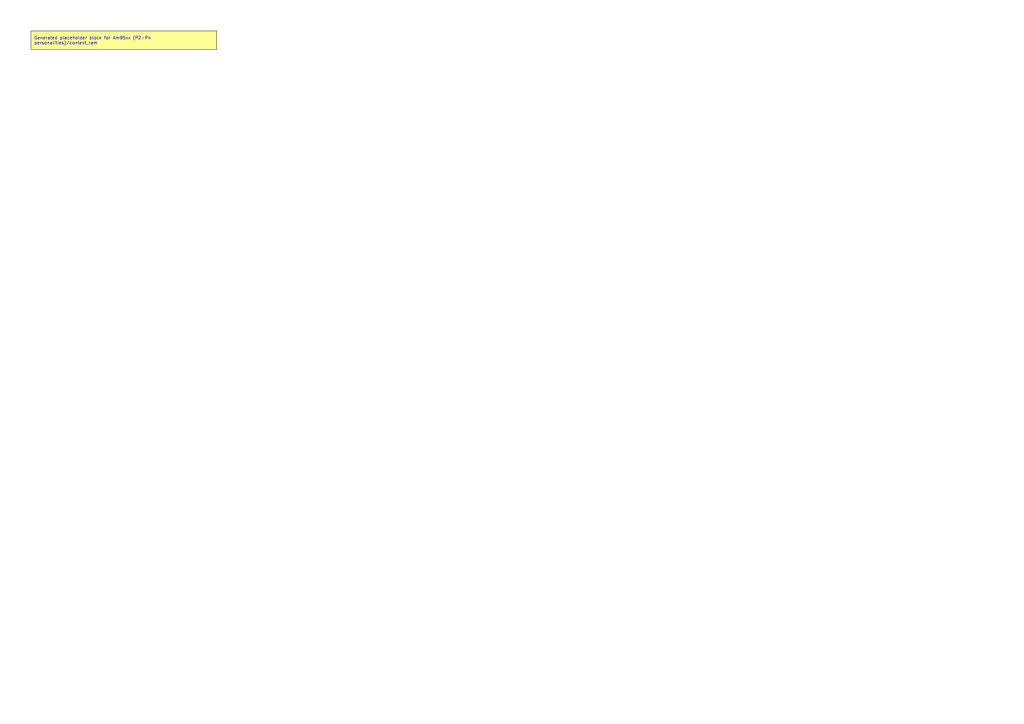
<source format=kicad_sch>
(kicad_sch
	(version 20250114)
	(generator "kicadgen")
	(generator_version "0.2")
	(uuid "6c2c5661-8aad-5773-a8c5-15ad0735a35c")
	(paper "A3")
	(title_block
		(title "Am95xx (P2-P4 personalities)::context_ram")
		(company "Project Carbon")
		(comment 1 "Generated - do not edit in generated/")
		(comment 2 "Edit in schem/kicad9/manual/ or refine mapping specs")
	)
	(lib_symbols)
	(text_box
		"Generated placeholder block for Am95xx (P2-P4 personalities)/context_ram"
		(exclude_from_sim no)
		(at
			12.7
			12.7
			0
		)
		(size 76.2 7.62)
		(margins
			1.27
			1.27
			1.27
			1.27
		)
		(stroke
			(width 0)
			(type default)
			(color
				0
				0
				0
				1
			)
		)
		(fill
			(type color)
			(color
				255
				255
				150
				1
			)
		)
		(effects
			(font
				(size 1.27 1.27)
			)
			(justify left)
		)
		(uuid "5e0cfa87-d231-5513-a742-51badd2d168c")
	)
	(sheet_instances
		(path
			"/"
			(page "1")
		)
	)
	(embedded_fonts no)
)

</source>
